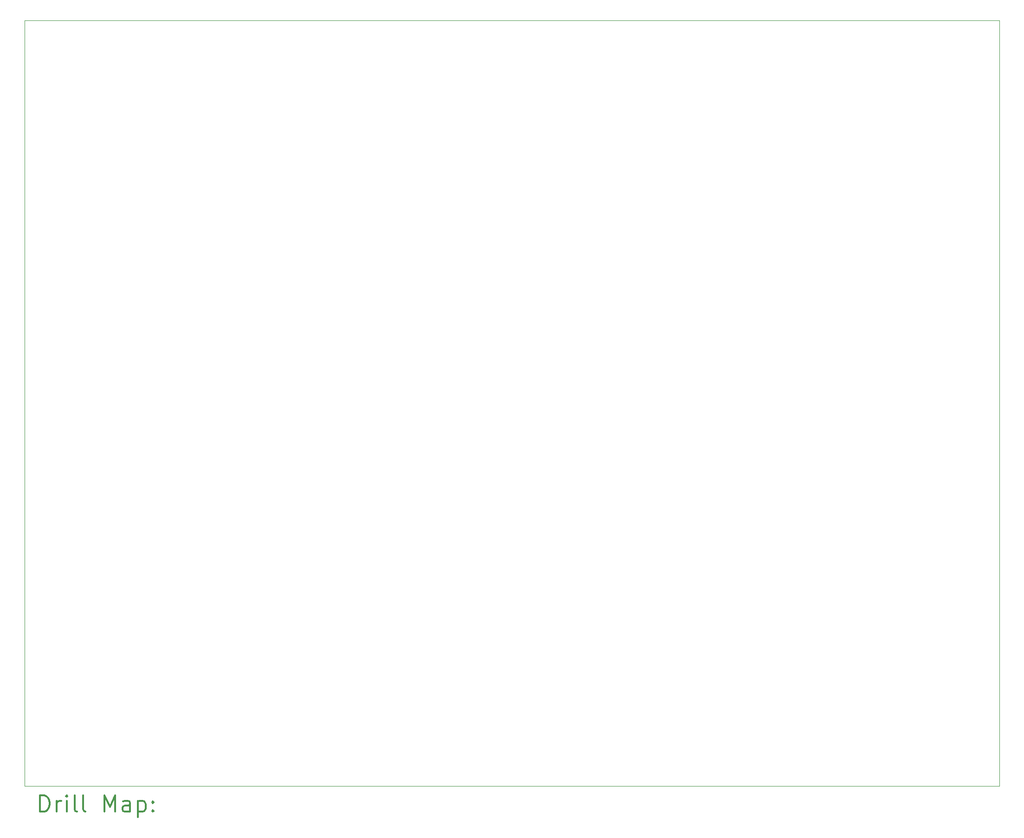
<source format=gbr>
%FSLAX45Y45*%
G04 Gerber Fmt 4.5, Leading zero omitted, Abs format (unit mm)*
G04 Created by KiCad (PCBNEW 5.1.12-84ad8e8a86~92~ubuntu18.04.1) date 2021-11-25 10:46:44*
%MOMM*%
%LPD*%
G01*
G04 APERTURE LIST*
%TA.AperFunction,Profile*%
%ADD10C,0.100000*%
%TD*%
%ADD11C,0.200000*%
%ADD12C,0.300000*%
G04 APERTURE END LIST*
D10*
X57658000Y-47752000D02*
X57658000Y-61722000D01*
X39878000Y-47752000D02*
X57658000Y-47752000D01*
X39878000Y-61722000D02*
X39878000Y-47752000D01*
X57658000Y-61722000D02*
X39878000Y-61722000D01*
D11*
D12*
X40159428Y-62192714D02*
X40159428Y-61892714D01*
X40230857Y-61892714D01*
X40273714Y-61907000D01*
X40302286Y-61935571D01*
X40316571Y-61964143D01*
X40330857Y-62021286D01*
X40330857Y-62064143D01*
X40316571Y-62121286D01*
X40302286Y-62149857D01*
X40273714Y-62178429D01*
X40230857Y-62192714D01*
X40159428Y-62192714D01*
X40459428Y-62192714D02*
X40459428Y-61992714D01*
X40459428Y-62049857D02*
X40473714Y-62021286D01*
X40488000Y-62007000D01*
X40516571Y-61992714D01*
X40545143Y-61992714D01*
X40645143Y-62192714D02*
X40645143Y-61992714D01*
X40645143Y-61892714D02*
X40630857Y-61907000D01*
X40645143Y-61921286D01*
X40659428Y-61907000D01*
X40645143Y-61892714D01*
X40645143Y-61921286D01*
X40830857Y-62192714D02*
X40802286Y-62178429D01*
X40788000Y-62149857D01*
X40788000Y-61892714D01*
X40988000Y-62192714D02*
X40959428Y-62178429D01*
X40945143Y-62149857D01*
X40945143Y-61892714D01*
X41330857Y-62192714D02*
X41330857Y-61892714D01*
X41430857Y-62107000D01*
X41530857Y-61892714D01*
X41530857Y-62192714D01*
X41802286Y-62192714D02*
X41802286Y-62035571D01*
X41788000Y-62007000D01*
X41759428Y-61992714D01*
X41702286Y-61992714D01*
X41673714Y-62007000D01*
X41802286Y-62178429D02*
X41773714Y-62192714D01*
X41702286Y-62192714D01*
X41673714Y-62178429D01*
X41659428Y-62149857D01*
X41659428Y-62121286D01*
X41673714Y-62092714D01*
X41702286Y-62078429D01*
X41773714Y-62078429D01*
X41802286Y-62064143D01*
X41945143Y-61992714D02*
X41945143Y-62292714D01*
X41945143Y-62007000D02*
X41973714Y-61992714D01*
X42030857Y-61992714D01*
X42059428Y-62007000D01*
X42073714Y-62021286D01*
X42088000Y-62049857D01*
X42088000Y-62135571D01*
X42073714Y-62164143D01*
X42059428Y-62178429D01*
X42030857Y-62192714D01*
X41973714Y-62192714D01*
X41945143Y-62178429D01*
X42216571Y-62164143D02*
X42230857Y-62178429D01*
X42216571Y-62192714D01*
X42202286Y-62178429D01*
X42216571Y-62164143D01*
X42216571Y-62192714D01*
X42216571Y-62007000D02*
X42230857Y-62021286D01*
X42216571Y-62035571D01*
X42202286Y-62021286D01*
X42216571Y-62007000D01*
X42216571Y-62035571D01*
M02*

</source>
